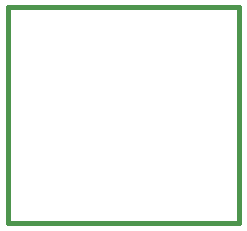
<source format=gm1>
G04 #@! TF.FileFunction,Profile,NP*
%FSLAX46Y46*%
G04 Gerber Fmt 4.6, Leading zero omitted, Abs format (unit mm)*
G04 Created by KiCad (PCBNEW 4.0.1-stable) date 2/13/2016 8:52:59 PM*
%MOMM*%
G01*
G04 APERTURE LIST*
%ADD10C,0.150000*%
%ADD11C,0.381000*%
G04 APERTURE END LIST*
D10*
D11*
X19558000Y-18288000D02*
X0Y-18288000D01*
X0Y0D02*
X19558000Y0D01*
X0Y-18288000D02*
X0Y0D01*
X19558000Y0D02*
X19558000Y-18288000D01*
M02*

</source>
